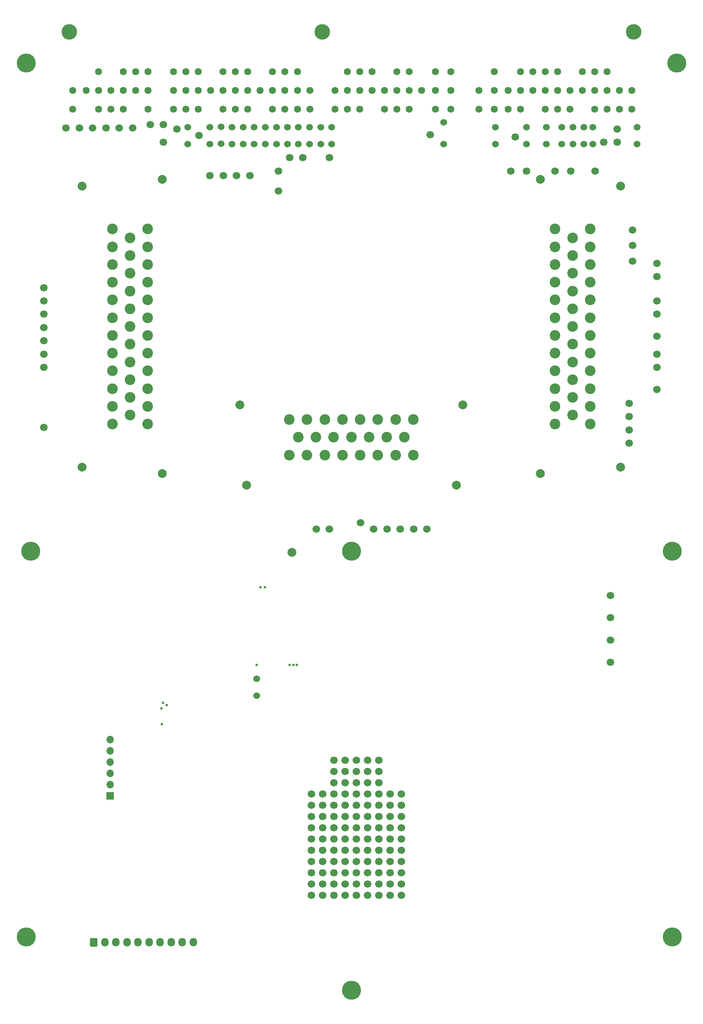
<source format=gbs>
G04 #@! TF.GenerationSoftware,KiCad,Pcbnew,7.0.10-7.0.10~ubuntu22.04.1*
G04 #@! TF.CreationDate,2024-01-12T05:33:25+00:00*
G04 #@! TF.ProjectId,proteusOBD2Ahonda,70726f74-6575-4734-9f42-443241686f6e,a*
G04 #@! TF.SameCoordinates,PX3473bc0PY108ee440*
G04 #@! TF.FileFunction,Soldermask,Bot*
G04 #@! TF.FilePolarity,Negative*
%FSLAX46Y46*%
G04 Gerber Fmt 4.6, Leading zero omitted, Abs format (unit mm)*
G04 Created by KiCad (PCBNEW 7.0.10-7.0.10~ubuntu22.04.1) date 2024-01-12 05:33:25*
%MOMM*%
%LPD*%
G01*
G04 APERTURE LIST*
%ADD10C,1.700000*%
%ADD11C,1.524000*%
%ADD12C,4.300000*%
%ADD13C,0.599999*%
%ADD14C,2.000000*%
%ADD15C,2.400000*%
%ADD16O,1.700000X1.950000*%
%ADD17C,3.500000*%
%ADD18C,1.600000*%
%ADD19R,1.700000X1.700000*%
%ADD20O,1.700000X1.700000*%
G04 APERTURE END LIST*
D10*
G04 #@! TO.C,P47*
X146500000Y144500000D03*
G04 #@! TD*
G04 #@! TO.C,P20*
X13000000Y198500000D03*
G04 #@! TD*
G04 #@! TO.C,G4*
X76080000Y38120000D03*
X76080000Y40660000D03*
X76080000Y43200000D03*
X76080000Y45740000D03*
X76080000Y48280000D03*
X78620000Y38120000D03*
X78620000Y40660000D03*
X78620000Y43200000D03*
X78620000Y45740000D03*
X78620000Y48280000D03*
X81160000Y38120000D03*
X81160000Y40660000D03*
X81160000Y43200000D03*
X81160000Y45740000D03*
X81160000Y48280000D03*
G04 #@! TD*
G04 #@! TO.C,P33*
X136000000Y93000000D03*
G04 #@! TD*
D11*
G04 #@! TO.C,R20*
X48000000Y198754520D03*
X48000000Y194944520D03*
G04 #@! TD*
D12*
G04 #@! TO.C,H3*
X77500000Y4000000D03*
G04 #@! TD*
D10*
G04 #@! TO.C,P21*
X132500000Y188800000D03*
G04 #@! TD*
G04 #@! TO.C,P22*
X123500000Y188800000D03*
G04 #@! TD*
D11*
G04 #@! TO.C,R18*
X58000000Y198705000D03*
X58000000Y194895000D03*
G04 #@! TD*
D10*
G04 #@! TO.C,P29*
X114500000Y196500000D03*
G04 #@! TD*
G04 #@! TO.C,P30*
X113500000Y188800000D03*
G04 #@! TD*
G04 #@! TO.C,P32*
X136000000Y83000000D03*
G04 #@! TD*
D12*
G04 #@! TO.C,H8*
X5000000Y103000000D03*
G04 #@! TD*
D11*
G04 #@! TO.C,R25*
X127500000Y198705000D03*
X127500000Y194895000D03*
G04 #@! TD*
D10*
G04 #@! TO.C,P62*
X8000000Y150500000D03*
G04 #@! TD*
G04 #@! TO.C,P45*
X146500000Y151500000D03*
G04 #@! TD*
D12*
G04 #@! TO.C,H2*
X4000000Y213200000D03*
G04 #@! TD*
D10*
G04 #@! TO.C,P1*
X63500000Y191800000D03*
G04 #@! TD*
G04 #@! TO.C,P4*
X35000000Y195300000D03*
G04 #@! TD*
G04 #@! TO.C,P64*
X8000000Y144500000D03*
G04 #@! TD*
G04 #@! TO.C,P51*
X72500000Y108000000D03*
G04 #@! TD*
D13*
G04 #@! TO.C,M1*
X56025000Y77400000D03*
X63525000Y77400000D03*
X64325000Y77400000D03*
X65125000Y77400000D03*
X57925000Y94925000D03*
X56925000Y94925000D03*
G04 #@! TD*
D10*
G04 #@! TO.C,P19*
X19000001Y198500000D03*
G04 #@! TD*
G04 #@! TO.C,P25*
X137500000Y195300000D03*
G04 #@! TD*
D12*
G04 #@! TO.C,H7*
X150000000Y16000000D03*
G04 #@! TD*
D10*
G04 #@! TO.C,P31*
X136000000Y78000000D03*
G04 #@! TD*
G04 #@! TO.C,P35*
X140200000Y127400000D03*
G04 #@! TD*
G04 #@! TO.C,P7*
X45500000Y187800000D03*
G04 #@! TD*
G04 #@! TO.C,P24*
X137500000Y198300000D03*
G04 #@! TD*
G04 #@! TO.C,G6*
X83700000Y50820000D03*
X81160000Y50820000D03*
X78620000Y50820000D03*
X76080000Y50820000D03*
X73540000Y50820000D03*
X83700000Y53360000D03*
X81160000Y53360000D03*
X78620000Y53360000D03*
X76080000Y53360000D03*
X73540000Y53360000D03*
X83700000Y55900000D03*
X81160000Y55900000D03*
X78620000Y55900000D03*
X76080000Y55900000D03*
X73540000Y55900000D03*
G04 #@! TD*
D13*
G04 #@! TO.C,M3*
X34862501Y68813337D03*
X35737503Y68288337D03*
X34562499Y67538339D03*
X34637502Y63988338D03*
G04 #@! TD*
D10*
G04 #@! TO.C,P44*
X146500000Y156500000D03*
G04 #@! TD*
D14*
G04 #@! TO.C,BRD1*
X138250001Y122025000D03*
X138250001Y185425000D03*
X120150001Y120525000D03*
X120150001Y186925000D03*
X102650001Y136025000D03*
X101150001Y117925000D03*
X53750001Y117925000D03*
X52250001Y136025000D03*
X34750001Y120525000D03*
X34750001Y186925000D03*
X16650001Y122025000D03*
X16650001Y185425000D03*
D15*
X131450001Y131725000D03*
X131450001Y135725000D03*
X131450001Y139725000D03*
X131450001Y143725000D03*
X131450001Y147725000D03*
X131450001Y151725000D03*
X131450001Y155725000D03*
X131450001Y159725000D03*
X131450001Y163725000D03*
X131450001Y167725000D03*
X131450001Y171725000D03*
X131450001Y175725000D03*
X127450001Y133725000D03*
X127450001Y137725000D03*
X127450001Y141725000D03*
X127450001Y145725000D03*
X127450001Y149725000D03*
X127450001Y153725000D03*
X127450001Y157725000D03*
X127450001Y161725000D03*
X127450001Y165725000D03*
X127450001Y169725000D03*
X127450001Y173725000D03*
X123450001Y131725000D03*
X123450001Y135725000D03*
X123450001Y139725000D03*
X123450001Y143725000D03*
X123450001Y147725000D03*
X123450001Y151725000D03*
X123450001Y155725000D03*
X123450001Y159725000D03*
X123450001Y163725000D03*
X123450001Y167725000D03*
X123450001Y171725000D03*
X123450001Y175725000D03*
X63450001Y124725000D03*
X67450001Y124725000D03*
X71450001Y124725000D03*
X75450001Y124725000D03*
X79450001Y124725000D03*
X83450001Y124725000D03*
X87450001Y124725000D03*
X91450001Y124725000D03*
X65450001Y128725000D03*
X69450001Y128725000D03*
X73450001Y128725000D03*
X77450001Y128725000D03*
X81450001Y128725000D03*
X85450001Y128725000D03*
X89450001Y128725000D03*
X63450001Y132725000D03*
X67450001Y132725000D03*
X71450001Y132725000D03*
X75450001Y132725000D03*
X79450001Y132725000D03*
X83450001Y132725000D03*
X87450001Y132725000D03*
X91450001Y132725000D03*
X23450001Y175725000D03*
X23450001Y171725000D03*
X23450001Y167725000D03*
X23450001Y163725000D03*
X23450001Y159725000D03*
X23450001Y155725000D03*
X23450001Y151725000D03*
X23450001Y147725000D03*
X23450001Y143725000D03*
X23450001Y139725000D03*
X23450001Y135725000D03*
X23450001Y131725000D03*
X27450001Y173725000D03*
X27450001Y169725000D03*
X27450001Y165725000D03*
X27450001Y161725000D03*
X27450001Y157725000D03*
X27450001Y153725000D03*
X27450001Y149725000D03*
X27450001Y145725000D03*
X27450001Y141725000D03*
X27450001Y137725000D03*
X27450001Y133725000D03*
X31450001Y175725000D03*
X31450001Y171725000D03*
X31450001Y167725000D03*
X31450001Y163725000D03*
X31450001Y159725000D03*
X31450001Y155725000D03*
X31450001Y151725000D03*
X31450001Y147725000D03*
X31450001Y143725000D03*
X31450001Y139725000D03*
X31450001Y135725000D03*
X31450001Y131725000D03*
G04 #@! TD*
D10*
G04 #@! TO.C,G5*
X76080000Y25420000D03*
X76080000Y27960000D03*
X76080000Y30500000D03*
X76080000Y33040000D03*
X76080000Y35580000D03*
X78620000Y25420000D03*
X78620000Y27960000D03*
X78620000Y30500000D03*
X78620000Y33040000D03*
X78620000Y35580000D03*
X81160000Y25420000D03*
X81160000Y27960000D03*
X81160000Y30500000D03*
X81160000Y33040000D03*
X81160000Y35580000D03*
G04 #@! TD*
G04 #@! TO.C,J2*
G36*
G01*
X18400000Y14044999D02*
X18400000Y15494999D01*
G75*
G02*
X18650000Y15744999I250000J0D01*
G01*
X19850000Y15744999D01*
G75*
G02*
X20100000Y15494999I0J-250000D01*
G01*
X20100000Y14044999D01*
G75*
G02*
X19850000Y13794999I-250000J0D01*
G01*
X18650000Y13794999D01*
G75*
G02*
X18400000Y14044999I0J250000D01*
G01*
G37*
D16*
X21750000Y14769999D03*
X24250000Y14769999D03*
X26750000Y14769999D03*
X29250000Y14769999D03*
X31750000Y14769999D03*
X34250000Y14769999D03*
X36750000Y14769999D03*
X39250000Y14769999D03*
X41750000Y14769999D03*
G04 #@! TD*
D10*
G04 #@! TO.C,P27*
X95268524Y197000000D03*
G04 #@! TD*
G04 #@! TO.C,P49*
X140200000Y133400000D03*
G04 #@! TD*
D11*
G04 #@! TO.C,R2*
X121500000Y198705000D03*
X121500000Y194895000D03*
G04 #@! TD*
G04 #@! TO.C,R14*
X50500000Y198705000D03*
X50500000Y194895000D03*
G04 #@! TD*
G04 #@! TO.C,R16*
X68000000Y198705000D03*
X68000000Y194895000D03*
G04 #@! TD*
G04 #@! TO.C,F1*
X98300000Y199810334D03*
X98300000Y194910334D03*
G04 #@! TD*
G04 #@! TO.C,R24*
X130000000Y198705000D03*
X130000000Y194895000D03*
G04 #@! TD*
D10*
G04 #@! TO.C,P16*
X16000000Y198500000D03*
G04 #@! TD*
G04 #@! TO.C,P26*
X134500000Y195300000D03*
G04 #@! TD*
G04 #@! TO.C,G8*
X83700000Y38120000D03*
X83700000Y40660000D03*
X83700000Y43200000D03*
X83700000Y45740000D03*
X83700000Y48280000D03*
X86240000Y38120000D03*
X86240000Y40660000D03*
X86240000Y43200000D03*
X86240000Y45740000D03*
X86240000Y48280000D03*
X88780000Y38120000D03*
X88780000Y40660000D03*
X88780000Y43200000D03*
X88780000Y45740000D03*
X88780000Y48280000D03*
G04 #@! TD*
D12*
G04 #@! TO.C,H1*
X150000000Y103000000D03*
G04 #@! TD*
D10*
G04 #@! TO.C,P65*
X8000000Y131000000D03*
G04 #@! TD*
G04 #@! TO.C,P55*
X94500000Y108000000D03*
G04 #@! TD*
D12*
G04 #@! TO.C,H5*
X4000000Y16000000D03*
G04 #@! TD*
D10*
G04 #@! TO.C,P10*
X61000000Y188800000D03*
G04 #@! TD*
G04 #@! TO.C,G3*
X68460000Y25420000D03*
X68460000Y27960000D03*
X68460000Y30500000D03*
X68460000Y33040000D03*
X68460000Y35580000D03*
X71000000Y25420000D03*
X71000000Y27960000D03*
X71000000Y30500000D03*
X71000000Y33040000D03*
X71000000Y35580000D03*
X73540000Y25420000D03*
X73540000Y27960000D03*
X73540000Y30500000D03*
X73540000Y33040000D03*
X73540000Y35580000D03*
G04 #@! TD*
G04 #@! TO.C,P36*
X140200000Y130400000D03*
G04 #@! TD*
G04 #@! TO.C,P6*
X51500000Y187800000D03*
G04 #@! TD*
D17*
G04 #@! TO.C,J1*
X13750000Y220200000D03*
X70900000Y220200000D03*
X141250000Y220200000D03*
D18*
X140850000Y202800000D03*
X138050000Y202800000D03*
X135250000Y202800000D03*
X132450000Y202800000D03*
X126850000Y202800000D03*
X124050000Y202800000D03*
X121250000Y202800000D03*
X115650000Y202800000D03*
X112850000Y202800000D03*
X109750000Y202800000D03*
X106250000Y202800000D03*
X140850000Y207000000D03*
X138050000Y207000000D03*
X135250000Y207000000D03*
X132450000Y207000000D03*
X129650000Y207000000D03*
X126850000Y207000000D03*
X124050000Y207000000D03*
X121250000Y207000000D03*
X118450000Y207000000D03*
X115650000Y207000000D03*
X112850000Y207000000D03*
X109750000Y207000000D03*
X106250000Y207000000D03*
X135250000Y211200000D03*
X132450000Y211200000D03*
X129650000Y211200000D03*
X124050000Y211200000D03*
X121250000Y211200000D03*
X118450000Y211200000D03*
X115650000Y211200000D03*
X109750000Y211200000D03*
X99950000Y202800000D03*
X96450000Y202800000D03*
X90550000Y202800000D03*
X87750000Y202800000D03*
X84950000Y202800000D03*
X79350000Y202800000D03*
X76550000Y202800000D03*
X73750000Y202800000D03*
X99950000Y207000000D03*
X96450000Y207000000D03*
X93350000Y207000000D03*
X90550000Y207000000D03*
X87750000Y207000000D03*
X84950000Y207000000D03*
X82150000Y207000000D03*
X79350000Y207000000D03*
X76550000Y207000000D03*
X73750000Y207000000D03*
X99950000Y211200000D03*
X96450000Y211200000D03*
X90550000Y211200000D03*
X87750000Y211200000D03*
X82150000Y211200000D03*
X79350000Y211200000D03*
X76550000Y211200000D03*
X68050000Y202800000D03*
X65250000Y202800000D03*
X62450000Y202800000D03*
X59650000Y202800000D03*
X54050000Y202800000D03*
X51250000Y202800000D03*
X48450000Y202800000D03*
X42850000Y202800000D03*
X40050000Y202800000D03*
X37250000Y202800000D03*
X68050000Y207000000D03*
X65250000Y207000000D03*
X62450000Y207000000D03*
X59650000Y207000000D03*
X56850000Y207000000D03*
X54050000Y207000000D03*
X51250000Y207000000D03*
X48450000Y207000000D03*
X45650000Y207000000D03*
X42850000Y207000000D03*
X40050000Y207000000D03*
X37250000Y207000000D03*
X65250000Y211200000D03*
X62450000Y211200000D03*
X59650000Y211200000D03*
X54050000Y211200000D03*
X51250000Y211200000D03*
X48450000Y211200000D03*
X42850000Y211200000D03*
X40050000Y211200000D03*
X37250000Y211200000D03*
X31550000Y202800000D03*
X25950000Y202800000D03*
X23150000Y202800000D03*
X20350000Y202800000D03*
X14450000Y202800000D03*
X31550000Y207000000D03*
X28750000Y207000000D03*
X25950000Y207000000D03*
X23150000Y207000000D03*
X20350000Y207000000D03*
X17550000Y207000000D03*
X14450000Y207000000D03*
X31550000Y211200000D03*
X28750000Y211200000D03*
X25950000Y211200000D03*
X20350000Y211200000D03*
G04 #@! TD*
D11*
G04 #@! TO.C,R15*
X45500000Y198705000D03*
X45500000Y194895000D03*
G04 #@! TD*
G04 #@! TO.C,R28*
X132000000Y198705000D03*
X132000000Y194895000D03*
G04 #@! TD*
D10*
G04 #@! TO.C,P37*
X140200000Y136400000D03*
G04 #@! TD*
D12*
G04 #@! TO.C,H6*
X151000000Y213200000D03*
G04 #@! TD*
D10*
G04 #@! TO.C,P52*
X88500000Y108000000D03*
G04 #@! TD*
D11*
G04 #@! TO.C,R10*
X70500000Y198705000D03*
X70500000Y194895000D03*
G04 #@! TD*
D10*
G04 #@! TO.C,P34*
X136000000Y88000000D03*
G04 #@! TD*
D11*
G04 #@! TO.C,R23*
X142000000Y198705000D03*
X142000000Y194895000D03*
G04 #@! TD*
D10*
G04 #@! TO.C,P14*
X35000000Y199300000D03*
G04 #@! TD*
G04 #@! TO.C,P5*
X66500000Y191800000D03*
G04 #@! TD*
G04 #@! TO.C,G7*
X83700000Y25420000D03*
X83700000Y27960000D03*
X83700000Y30500000D03*
X83700000Y33040000D03*
X83700000Y35580000D03*
X86240000Y25420000D03*
X86240000Y27960000D03*
X86240000Y30500000D03*
X86240000Y33040000D03*
X86240000Y35580000D03*
X88780000Y25420000D03*
X88780000Y27960000D03*
X88780000Y30500000D03*
X88780000Y33040000D03*
X88780000Y35580000D03*
G04 #@! TD*
D19*
G04 #@! TO.C,J4*
X23000000Y47800000D03*
D20*
X23000000Y50340000D03*
X23000000Y52880000D03*
X23000000Y55420000D03*
X23000000Y57960000D03*
X23000000Y60500000D03*
G04 #@! TD*
D10*
G04 #@! TO.C,P12*
X54500000Y187800000D03*
G04 #@! TD*
G04 #@! TO.C,P59*
X8000000Y162500000D03*
G04 #@! TD*
G04 #@! TO.C,P50*
X69500000Y108000000D03*
G04 #@! TD*
D11*
G04 #@! TO.C,R12*
X60520000Y198705000D03*
X60520000Y194895000D03*
G04 #@! TD*
G04 #@! TO.C,R21*
X40500000Y198705000D03*
X40500000Y194895000D03*
G04 #@! TD*
D10*
G04 #@! TO.C,P40*
X141000000Y168500000D03*
G04 #@! TD*
G04 #@! TO.C,P17*
X28000001Y198500000D03*
G04 #@! TD*
G04 #@! TO.C,P15*
X22000000Y198500000D03*
G04 #@! TD*
G04 #@! TO.C,P38*
X141000000Y172000000D03*
G04 #@! TD*
D11*
G04 #@! TO.C,R13*
X53000000Y198705000D03*
X53000000Y194895000D03*
G04 #@! TD*
D10*
G04 #@! TO.C,P46*
X146500000Y147500000D03*
G04 #@! TD*
D11*
G04 #@! TO.C,R27*
X117000000Y198705000D03*
X117000000Y194895000D03*
G04 #@! TD*
D10*
G04 #@! TO.C,P43*
X146500000Y159500000D03*
G04 #@! TD*
G04 #@! TO.C,P53*
X79500000Y109500000D03*
G04 #@! TD*
G04 #@! TO.C,P41*
X146500000Y168000000D03*
G04 #@! TD*
G04 #@! TO.C,P63*
X8000000Y147500000D03*
G04 #@! TD*
G04 #@! TO.C,P28*
X127000000Y188800000D03*
G04 #@! TD*
G04 #@! TO.C,P2*
X43000000Y196800000D03*
G04 #@! TD*
D11*
G04 #@! TO.C,R17*
X63000000Y198705000D03*
X63000000Y194895000D03*
G04 #@! TD*
G04 #@! TO.C,R1*
X73000000Y198705000D03*
X73000000Y194895000D03*
G04 #@! TD*
G04 #@! TO.C,R22*
X110000000Y198705000D03*
X110000000Y194895000D03*
G04 #@! TD*
D10*
G04 #@! TO.C,P18*
X25000000Y198500000D03*
G04 #@! TD*
D11*
G04 #@! TO.C,R26*
X125000000Y198705000D03*
X125000000Y194895000D03*
G04 #@! TD*
D10*
G04 #@! TO.C,P8*
X32000000Y199300000D03*
G04 #@! TD*
G04 #@! TO.C,P11*
X61000000Y184300000D03*
G04 #@! TD*
D12*
G04 #@! TO.C,H4*
X77500000Y103000000D03*
G04 #@! TD*
D10*
G04 #@! TO.C,P54*
X91500000Y108000000D03*
G04 #@! TD*
G04 #@! TO.C,G2*
X68460000Y38120000D03*
X68460000Y40660000D03*
X68460000Y43200000D03*
X68460000Y45740000D03*
X68460000Y48280000D03*
X71000000Y38120000D03*
X71000000Y40660000D03*
X71000000Y43200000D03*
X71000000Y45740000D03*
X71000000Y48280000D03*
X73540000Y38120000D03*
X73540000Y40660000D03*
X73540000Y43200000D03*
X73540000Y45740000D03*
X73540000Y48280000D03*
G04 #@! TD*
G04 #@! TO.C,P42*
X146500000Y165000000D03*
G04 #@! TD*
G04 #@! TO.C,P48*
X146500000Y139500000D03*
G04 #@! TD*
G04 #@! TO.C,P57*
X82500000Y108000000D03*
G04 #@! TD*
G04 #@! TO.C,P9*
X72500000Y191800000D03*
G04 #@! TD*
G04 #@! TO.C,P61*
X8000000Y156500000D03*
G04 #@! TD*
G04 #@! TO.C,P58*
X8000000Y159500000D03*
G04 #@! TD*
G04 #@! TO.C,P23*
X117000000Y188800000D03*
G04 #@! TD*
G04 #@! TO.C,P60*
X8000000Y153500000D03*
G04 #@! TD*
G04 #@! TO.C,P3*
X38000000Y198300000D03*
G04 #@! TD*
G04 #@! TO.C,P13*
X48500000Y187800000D03*
G04 #@! TD*
G04 #@! TO.C,P56*
X85500000Y108000000D03*
G04 #@! TD*
G04 #@! TO.C,P39*
X141000000Y175500000D03*
G04 #@! TD*
D11*
G04 #@! TO.C,R19*
X55500000Y198705000D03*
X55500000Y194895000D03*
G04 #@! TD*
G04 #@! TO.C,R11*
X65500000Y198705000D03*
X65500000Y194895000D03*
G04 #@! TD*
G04 #@! TO.C,R29*
X56025000Y74205000D03*
X56025000Y70395000D03*
G04 #@! TD*
D14*
G04 #@! TO.C,J5*
X64000000Y102800000D03*
G04 #@! TD*
M02*

</source>
